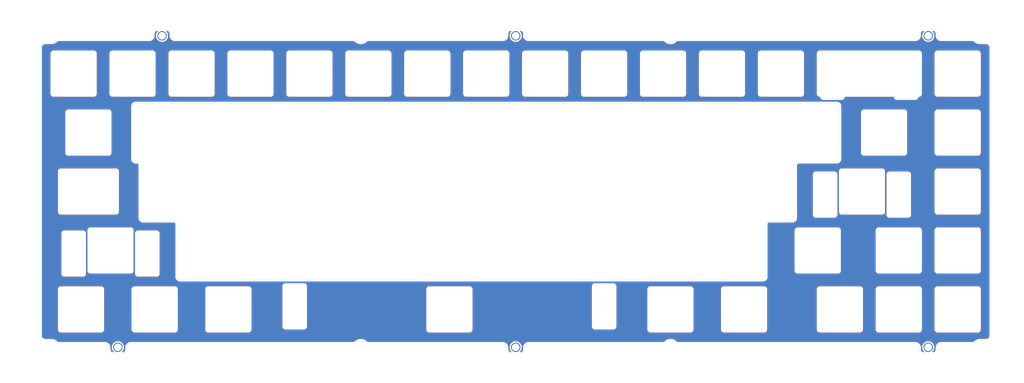
<source format=kicad_pcb>
(kicad_pcb (version 20200518) (host pcbnew "(5.99.0-1913-g40250c427)")
  (layers (0 "F.Cu" signal) (31 "B.Cu" signal) (34 "B.Paste" user) (35 "F.Paste" user) (36 "B.SilkS" user) (37 "F.SilkS" user) (38 "B.Mask" user) (39 "F.Mask" user) (44 "Edge.Cuts" user))
  (net 0 "")
  (module "MountingHole:MountingHole_2.5mm_Pad" (layer "F.Cu") (at 322.189041 28.055924)
    (fp_text reference "REF**" hide)
    (fp_text value "MountingHole_2.5mm_Pad")
    (pad "1" thru_hole circle (at 0 0) (size 3 3) (drill 2.4) (layers *.Cu *.Mask))
  )
  (module "MountingHole:MountingHole_2.5mm_Pad" (layer "F.Cu") (at 322.189041 128.755912)
    (fp_text reference "REF**" hide)
    (fp_text value "MountingHole_2.5mm_Pad")
    (pad "1" thru_hole circle (at 0 0) (size 3 3) (drill 2.4) (layers *.Cu *.Mask))
  )
  (module "MountingHole:MountingHole_2.5mm_Pad" (layer "F.Cu") (at 188.839047 128.755913)
    (fp_text reference "REF**" hide)
    (fp_text value "MountingHole_2.5mm_Pad")
    (pad "1" thru_hole circle (at 0 0) (size 3 3) (drill 2.4) (layers *.Cu *.Mask))
  )
  (module "MountingHole:MountingHole_2.5mm_Pad" (layer "F.Cu") (at 60.251541 128.755912)
    (fp_text reference "REF**" hide)
    (fp_text value "MountingHole_2.5mm_Pad")
    (pad "1" thru_hole circle (at 0 0) (size 3 3) (drill 2.4) (layers *.Cu *.Mask))
  )
  (module "MountingHole:MountingHole_2.5mm_Pad" (layer "F.Cu") (at 74.539041 28.055924)
    (fp_text reference "REF**" hide)
    (fp_text value "MountingHole_2.5mm_Pad")
    (pad "1" thru_hole circle (at 0 0) (size 3 3) (drill 2.4) (layers *.Cu *.Mask))
  )
  (module "MountingHole:MountingHole_2.5mm_Pad" (layer "F.Cu") (at 188.839033 28.055924)
    (fp_text reference "REF**" hide)
    (fp_text value "MountingHole_2.5mm_Pad")
    (pad "1" thru_hole circle (at 0 0) (size 3 3) (drill 2.4) (layers *.Cu *.Mask))
  )
  (module "acheron_MX_PlateSlots:MX125" (layer "F.Cu") (at 262.657803 116.505908)
    (fp_text reference "REF**")
    (fp_text value "MX125")
    (fp_line (start 7 -6.5) (end 7 6.5) (layer "Edge.Cuts") (width 0.010007))
    (fp_line (start -6.5 -7) (end 6.5 -7) (layer "Edge.Cuts") (width 0.010007))
    (fp_arc (start -6.5 6.490924) (end -7 6.490924) (angle -90) (layer "Edge.Cuts") (width 0.010007))
    (fp_line (start -6.5 6.990924) (end 6.5 7) (layer "Edge.Cuts") (width 0.010007))
    (fp_arc (start -6.5 -6.5) (end -6.5 -7) (angle -90) (layer "Edge.Cuts") (width 0.010007))
    (fp_arc (start 6.5 -6.5) (end 7 -6.5) (angle -90) (layer "Edge.Cuts") (width 0.010007))
    (fp_line (start -7 -6.5) (end -7 6.490924) (layer "Edge.Cuts") (width 0.010007))
    (fp_arc (start 6.5 6.5) (end 6.5 7) (angle -90) (layer "Edge.Cuts") (width 0.010007))
  )
  (module "acheron_MX_PlateSlots:MX125" (layer "F.Cu") (at 238.845303 116.505908)
    (fp_text reference "REF**")
    (fp_text value "MX125")
    (fp_arc (start 6.5 6.5) (end 6.5 7) (angle -90) (layer "Edge.Cuts") (width 0.010007))
    (fp_line (start -7 -6.5) (end -7 6.490924) (layer "Edge.Cuts") (width 0.010007))
    (fp_arc (start 6.5 -6.5) (end 7 -6.5) (angle -90) (layer "Edge.Cuts") (width 0.010007))
    (fp_arc (start -6.5 -6.5) (end -6.5 -7) (angle -90) (layer "Edge.Cuts") (width 0.010007))
    (fp_line (start -6.5 6.990924) (end 6.5 7) (layer "Edge.Cuts") (width 0.010007))
    (fp_arc (start -6.5 6.490924) (end -7 6.490924) (angle -90) (layer "Edge.Cuts") (width 0.010007))
    (fp_line (start -6.5 -7) (end 6.5 -7) (layer "Edge.Cuts") (width 0.010007))
    (fp_line (start 7 -6.5) (end 7 6.5) (layer "Edge.Cuts") (width 0.010007))
  )
  (module "acheron_MX_PlateSlots:MX625" (layer "F.Cu") (at 167.407803 116.505908 180)
    (fp_text reference "REF**")
    (fp_text value "MX625")
    (fp_line (start 6.999672 -6.499992) (end 6.999672 6.500007) (layer "Edge.Cuts") (width 0.010007))
    (fp_arc (start -47.00625 7.500008) (end -47.00625 8.000008) (angle -90) (layer "Edge.Cuts") (width 0.010007))
    (fp_arc (start -53.00625 7.500008) (end -53.50625 7.500008) (angle -90) (layer "Edge.Cuts") (width 0.010007))
    (fp_arc (start -47.00625 -5.5) (end -46.50625 -5.5) (angle -90) (layer "Edge.Cuts") (width 0.010007))
    (fp_arc (start -53.00625 -5.5) (end -53.00625 -6) (angle -90) (layer "Edge.Cuts") (width 0.010007))
    (fp_arc (start 47.00625 7.5) (end 46.50625 7.5) (angle -90) (layer "Edge.Cuts") (width 0.010007))
    (fp_arc (start 53.00625 -5.5) (end 53.50625 -5.5) (angle -90) (layer "Edge.Cuts") (width 0.010007))
    (fp_arc (start 47.00625 -5.5) (end 47.00625 -6) (angle -90) (layer "Edge.Cuts") (width 0.010007))
    (fp_line (start 53.50625 -5.5) (end 53.50625 7.5) (layer "Edge.Cuts") (width 0.010007))
    (fp_line (start 46.50625 -5.5) (end 46.50625 7.5) (layer "Edge.Cuts") (width 0.010007))
    (fp_line (start -46.50625 -5.499992) (end -46.50625 7.500008) (layer "Edge.Cuts") (width 0.010007))
    (fp_line (start -53.50625 -5.499992) (end -53.50625 7.5) (layer "Edge.Cuts") (width 0.010007))
    (fp_line (start -53.00625 8.000008) (end -47.00625 8.000008) (layer "Edge.Cuts") (width 0.010007))
    (fp_line (start -53.00625 -5.999992) (end -47.00625 -6) (layer "Edge.Cuts") (width 0.010007))
    (fp_arc (start 53.00625 7.5) (end 53.00625 8) (angle -90) (layer "Edge.Cuts") (width 0.010007))
    (fp_line (start 47.00625 8) (end 53.00625 8) (layer "Edge.Cuts") (width 0.010007))
    (fp_line (start 47.00625 -6) (end 53.00625 -6) (layer "Edge.Cuts") (width 0.010007))
    (fp_arc (start 6.499672 6.500007) (end 6.499672 7.000007) (angle -90) (layer "Edge.Cuts") (width 0.010007))
    (fp_line (start -6.5 -7) (end 6.5 -7) (layer "Edge.Cuts") (width 0.010007))
    (fp_arc (start -6.5 6.5) (end -7 6.5) (angle -90) (layer "Edge.Cuts") (width 0.010007))
    (fp_line (start -6.5 7) (end 6.5 7) (layer "Edge.Cuts") (width 0.010007))
    (fp_arc (start -6.5 -6.5) (end -6.5 -7) (angle -90) (layer "Edge.Cuts") (width 0.010007))
    (fp_arc (start 6.5 -6.5) (end 7 -6.5) (angle -90) (layer "Edge.Cuts") (width 0.010007))
    (fp_line (start -7 -6.5) (end -7 6.5) (layer "Edge.Cuts") (width 0.010007))
  )
  (module "acheron_MX_PlateSlots:MX125" (layer "F.Cu") (at 95.970303 116.505908)
    (fp_text reference "REF**")
    (fp_text value "MX125")
    (fp_line (start 7 -6.5) (end 7 6.5) (layer "Edge.Cuts") (width 0.010007))
    (fp_line (start -6.5 -7) (end 6.5 -7) (layer "Edge.Cuts") (width 0.010007))
    (fp_arc (start -6.5 6.490924) (end -7 6.490924) (angle -90) (layer "Edge.Cuts") (width 0.010007))
    (fp_line (start -6.5 6.990924) (end 6.5 7) (layer "Edge.Cuts") (width 0.010007))
    (fp_arc (start -6.5 -6.5) (end -6.5 -7) (angle -90) (layer "Edge.Cuts") (width 0.010007))
    (fp_arc (start 6.5 -6.5) (end 7 -6.5) (angle -90) (layer "Edge.Cuts") (width 0.010007))
    (fp_line (start -7 -6.5) (end -7 6.490924) (layer "Edge.Cuts") (width 0.010007))
    (fp_arc (start 6.5 6.5) (end 6.5 7) (angle -90) (layer "Edge.Cuts") (width 0.010007))
  )
  (module "acheron_MX_PlateSlots:MX125" (layer "F.Cu") (at 72.157803 116.505908)
    (fp_text reference "REF**")
    (fp_text value "MX125")
    (fp_arc (start 6.5 6.5) (end 6.5 7) (angle -90) (layer "Edge.Cuts") (width 0.010007))
    (fp_line (start -7 -6.5) (end -7 6.490924) (layer "Edge.Cuts") (width 0.010007))
    (fp_arc (start 6.5 -6.5) (end 7 -6.5) (angle -90) (layer "Edge.Cuts") (width 0.010007))
    (fp_arc (start -6.5 -6.5) (end -6.5 -7) (angle -90) (layer "Edge.Cuts") (width 0.010007))
    (fp_line (start -6.5 6.990924) (end 6.5 7) (layer "Edge.Cuts") (width 0.010007))
    (fp_arc (start -6.5 6.490924) (end -7 6.490924) (angle -90) (layer "Edge.Cuts") (width 0.010007))
    (fp_line (start -6.5 -7) (end 6.5 -7) (layer "Edge.Cuts") (width 0.010007))
    (fp_line (start 7 -6.5) (end 7 6.5) (layer "Edge.Cuts") (width 0.010007))
  )
  (module "acheron_MX_PlateSlots:MX125" (layer "F.Cu") (at 48.345303 116.505908)
    (fp_text reference "REF**")
    (fp_text value "MX125")
    (fp_line (start 7 -6.5) (end 7 6.5) (layer "Edge.Cuts") (width 0.010007))
    (fp_line (start -6.5 -7) (end 6.5 -7) (layer "Edge.Cuts") (width 0.010007))
    (fp_arc (start -6.5 6.490924) (end -7 6.490924) (angle -90) (layer "Edge.Cuts") (width 0.010007))
    (fp_line (start -6.5 6.990924) (end 6.5 7) (layer "Edge.Cuts") (width 0.010007))
    (fp_arc (start -6.5 -6.5) (end -6.5 -7) (angle -90) (layer "Edge.Cuts") (width 0.010007))
    (fp_arc (start 6.5 -6.5) (end 7 -6.5) (angle -90) (layer "Edge.Cuts") (width 0.010007))
    (fp_line (start -7 -6.5) (end -7 6.490924) (layer "Edge.Cuts") (width 0.010007))
    (fp_arc (start 6.5 6.5) (end 6.5 7) (angle -90) (layer "Edge.Cuts") (width 0.010007))
  )
  (module "acheron_MX_PlateSlots:MX100" (layer "F.Cu") (at 293.614053 116.505908)
    (fp_text reference "REF**")
    (fp_text value "MX100")
    (fp_line (start 7 -6.5) (end 7 6.5) (layer "Edge.Cuts") (width 0.010007))
    (fp_line (start -6.5 -7) (end 6.5 -7) (layer "Edge.Cuts") (width 0.010007))
    (fp_arc (start -6.5 6.490924) (end -7 6.490924) (angle -90) (layer "Edge.Cuts") (width 0.010007))
    (fp_line (start -6.5 6.990924) (end 6.5 7) (layer "Edge.Cuts") (width 0.010007))
    (fp_arc (start -6.5 -6.5) (end -6.5 -7) (angle -90) (layer "Edge.Cuts") (width 0.010007))
    (fp_arc (start 6.5 -6.5) (end 7 -6.5) (angle -90) (layer "Edge.Cuts") (width 0.010007))
    (fp_line (start -7 -6.5) (end -7 6.490924) (layer "Edge.Cuts") (width 0.010007))
    (fp_arc (start 6.5 6.5) (end 6.5 7) (angle -90) (layer "Edge.Cuts") (width 0.010007))
  )
  (module "acheron_MX_PlateSlots:MX100" (layer "F.Cu") (at 331.714053 116.505908)
    (fp_text reference "REF**")
    (fp_text value "MX100")
    (fp_arc (start 6.5 6.5) (end 6.5 7) (angle -90) (layer "Edge.Cuts") (width 0.010007))
    (fp_line (start -7 -6.5) (end -7 6.490924) (layer "Edge.Cuts") (width 0.010007))
    (fp_arc (start 6.5 -6.5) (end 7 -6.5) (angle -90) (layer "Edge.Cuts") (width 0.010007))
    (fp_arc (start -6.5 -6.5) (end -6.5 -7) (angle -90) (layer "Edge.Cuts") (width 0.010007))
    (fp_line (start -6.5 6.990924) (end 6.5 7) (layer "Edge.Cuts") (width 0.010007))
    (fp_arc (start -6.5 6.490924) (end -7 6.490924) (angle -90) (layer "Edge.Cuts") (width 0.010007))
    (fp_line (start -6.5 -7) (end 6.5 -7) (layer "Edge.Cuts") (width 0.010007))
    (fp_line (start 7 -6.5) (end 7 6.5) (layer "Edge.Cuts") (width 0.010007))
  )
  (module "acheron_MX_PlateSlots:MX100" (layer "F.Cu") (at 312.664053 116.505908)
    (fp_text reference "REF**")
    (fp_text value "MX100")
    (fp_line (start 7 -6.5) (end 7 6.5) (layer "Edge.Cuts") (width 0.010007))
    (fp_line (start -6.5 -7) (end 6.5 -7) (layer "Edge.Cuts") (width 0.010007))
    (fp_arc (start -6.5 6.490924) (end -7 6.490924) (angle -90) (layer "Edge.Cuts") (width 0.010007))
    (fp_line (start -6.5 6.990924) (end 6.5 7) (layer "Edge.Cuts") (width 0.010007))
    (fp_arc (start -6.5 -6.5) (end -6.5 -7) (angle -90) (layer "Edge.Cuts") (width 0.010007))
    (fp_arc (start 6.5 -6.5) (end 7 -6.5) (angle -90) (layer "Edge.Cuts") (width 0.010007))
    (fp_line (start -7 -6.5) (end -7 6.490924) (layer "Edge.Cuts") (width 0.010007))
    (fp_arc (start 6.5 6.5) (end 6.5 7) (angle -90) (layer "Edge.Cuts") (width 0.010007))
  )
  (module "acheron_MX_PlateSlots:MX100" (layer "F.Cu") (at 312.664053 97.455908)
    (fp_text reference "REF**")
    (fp_text value "MX100")
    (fp_arc (start 6.5 6.5) (end 6.5 7) (angle -90) (layer "Edge.Cuts") (width 0.010007))
    (fp_line (start -7 -6.5) (end -7 6.490924) (layer "Edge.Cuts") (width 0.010007))
    (fp_arc (start 6.5 -6.5) (end 7 -6.5) (angle -90) (layer "Edge.Cuts") (width 0.010007))
    (fp_arc (start -6.5 -6.5) (end -6.5 -7) (angle -90) (layer "Edge.Cuts") (width 0.010007))
    (fp_line (start -6.5 6.990924) (end 6.5 7) (layer "Edge.Cuts") (width 0.010007))
    (fp_arc (start -6.5 6.490924) (end -7 6.490924) (angle -90) (layer "Edge.Cuts") (width 0.010007))
    (fp_line (start -6.5 -7) (end 6.5 -7) (layer "Edge.Cuts") (width 0.010007))
    (fp_line (start 7 -6.5) (end 7 6.5) (layer "Edge.Cuts") (width 0.010007))
  )
  (module "acheron_MX_PlateSlots:MX175" (layer "F.Cu") (at 286.470303 97.455908)
    (fp_text reference "REF**")
    (fp_text value "MX175")
    (fp_line (start 7 -6.5) (end 7 6.5) (layer "Edge.Cuts") (width 0.010007))
    (fp_line (start -6.5 -7) (end 6.5 -7) (layer "Edge.Cuts") (width 0.010007))
    (fp_arc (start -6.5 6.490924) (end -7 6.490924) (angle -90) (layer "Edge.Cuts") (width 0.010007))
    (fp_line (start -6.5 6.990924) (end 6.5 7) (layer "Edge.Cuts") (width 0.010007))
    (fp_arc (start -6.5 -6.5) (end -6.5 -7) (angle -90) (layer "Edge.Cuts") (width 0.010007))
    (fp_arc (start 6.5 -6.5) (end 7 -6.5) (angle -90) (layer "Edge.Cuts") (width 0.010007))
    (fp_line (start -7 -6.5) (end -7 6.490924) (layer "Edge.Cuts") (width 0.010007))
    (fp_arc (start 6.5 6.5) (end 6.5 7) (angle -90) (layer "Edge.Cuts") (width 0.010007))
  )
  (module "acheron_MX_PlateSlots:MX100" (layer "F.Cu") (at 331.714053 97.455908)
    (fp_text reference "REF**")
    (fp_text value "MX100")
    (fp_line (start 7 -6.5) (end 7 6.5) (layer "Edge.Cuts") (width 0.010007))
    (fp_line (start -6.5 -7) (end 6.5 -7) (layer "Edge.Cuts") (width 0.010007))
    (fp_arc (start -6.5 6.490924) (end -7 6.490924) (angle -90) (layer "Edge.Cuts") (width 0.010007))
    (fp_line (start -6.5 6.990924) (end 6.5 7) (layer "Edge.Cuts") (width 0.010007))
    (fp_arc (start -6.5 -6.5) (end -6.5 -7) (angle -90) (layer "Edge.Cuts") (width 0.010007))
    (fp_arc (start 6.5 -6.5) (end 7 -6.5) (angle -90) (layer "Edge.Cuts") (width 0.010007))
    (fp_line (start -7 -6.5) (end -7 6.490924) (layer "Edge.Cuts") (width 0.010007))
    (fp_arc (start 6.5 6.5) (end 6.5 7) (angle -90) (layer "Edge.Cuts") (width 0.010007))
  )
  (module "acheron_MX_PlateSlots:MX100" (layer "F.Cu") (at 331.714053 78.405908)
    (fp_text reference "REF**")
    (fp_text value "MX100")
    (fp_arc (start 6.5 6.5) (end 6.5 7) (angle -90) (layer "Edge.Cuts") (width 0.010007))
    (fp_line (start -7 -6.5) (end -7 6.490924) (layer "Edge.Cuts") (width 0.010007))
    (fp_arc (start 6.5 -6.5) (end 7 -6.5) (angle -90) (layer "Edge.Cuts") (width 0.010007))
    (fp_arc (start -6.5 -6.5) (end -6.5 -7) (angle -90) (layer "Edge.Cuts") (width 0.010007))
    (fp_line (start -6.5 6.990924) (end 6.5 7) (layer "Edge.Cuts") (width 0.010007))
    (fp_arc (start -6.5 6.490924) (end -7 6.490924) (angle -90) (layer "Edge.Cuts") (width 0.010007))
    (fp_line (start -6.5 -7) (end 6.5 -7) (layer "Edge.Cuts") (width 0.010007))
    (fp_line (start 7 -6.5) (end 7 6.5) (layer "Edge.Cuts") (width 0.010007))
  )
  (module "acheron_MX_PlateSlots:MX100" (layer "F.Cu") (at 331.714053 59.355908)
    (fp_text reference "REF**")
    (fp_text value "MX100")
    (fp_line (start 7 -6.5) (end 7 6.5) (layer "Edge.Cuts") (width 0.010007))
    (fp_line (start -6.5 -7) (end 6.5 -7) (layer "Edge.Cuts") (width 0.010007))
    (fp_arc (start -6.5 6.490924) (end -7 6.490924) (angle -90) (layer "Edge.Cuts") (width 0.010007))
    (fp_line (start -6.5 6.990924) (end 6.5 7) (layer "Edge.Cuts") (width 0.010007))
    (fp_arc (start -6.5 -6.5) (end -6.5 -7) (angle -90) (layer "Edge.Cuts") (width 0.010007))
    (fp_arc (start 6.5 -6.5) (end 7 -6.5) (angle -90) (layer "Edge.Cuts") (width 0.010007))
    (fp_line (start -7 -6.5) (end -7 6.490924) (layer "Edge.Cuts") (width 0.010007))
    (fp_arc (start 6.5 6.5) (end 6.5 7) (angle -90) (layer "Edge.Cuts") (width 0.010007))
  )
  (module "acheron_MX_PlateSlots:MX225" (layer "F.Cu") (at 57.870303 97.455908)
    (fp_text reference "REF**")
    (fp_text value "MX225")
    (fp_line (start -7 -6.5) (end -7 6.5) (layer "Edge.Cuts") (width 0.010007))
    (fp_arc (start 6.5 -6.5) (end 7 -6.5) (angle -90) (layer "Edge.Cuts") (width 0.010007))
    (fp_arc (start -6.5 -6.5) (end -6.5 -7) (angle -90) (layer "Edge.Cuts") (width 0.010007))
    (fp_line (start -6.5 7) (end 6.5 7) (layer "Edge.Cuts") (width 0.010007))
    (fp_arc (start -6.5 6.5) (end -7 6.5) (angle -90) (layer "Edge.Cuts") (width 0.010007))
    (fp_line (start -6.5 -7) (end 6.5 -7) (layer "Edge.Cuts") (width 0.010007))
    (fp_arc (start 6.499672 6.500007) (end 6.499672 7.000007) (angle -90) (layer "Edge.Cuts") (width 0.010007))
    (fp_line (start 8.90625 -5.999992) (end 14.90625 -5.999992) (layer "Edge.Cuts") (width 0.010007))
    (fp_line (start 8.90625 8.000008) (end 14.90625 8.000008) (layer "Edge.Cuts") (width 0.010007))
    (fp_arc (start 14.90625 7.500008) (end 14.90625 8.000008) (angle -90) (layer "Edge.Cuts") (width 0.010007))
    (fp_line (start -14.90625 -6) (end -8.90625 -5.999992) (layer "Edge.Cuts") (width 0.010007))
    (fp_line (start -14.90625 8.000008) (end -8.90625 8.000008) (layer "Edge.Cuts") (width 0.010007))
    (fp_line (start -15.40625 -5.499992) (end -15.40625 7.500008) (layer "Edge.Cuts") (width 0.010007))
    (fp_line (start -8.40625 -5.499992) (end -8.40625 7.5) (layer "Edge.Cuts") (width 0.010007))
    (fp_line (start 8.40625 -5.499992) (end 8.40625 7.5) (layer "Edge.Cuts") (width 0.010007))
    (fp_line (start 15.40625 -5.499992) (end 15.40625 7.500008) (layer "Edge.Cuts") (width 0.010007))
    (fp_arc (start 8.90625 -5.5) (end 8.90625 -6) (angle -90) (layer "Edge.Cuts") (width 0.010007))
    (fp_arc (start 14.90625 -5.5) (end 15.40625 -5.5) (angle -90) (layer "Edge.Cuts") (width 0.010007))
    (fp_arc (start 8.90625 7.500008) (end 8.40625 7.500008) (angle -90) (layer "Edge.Cuts") (width 0.010007))
    (fp_arc (start -14.90625 -5.5) (end -14.90625 -6) (angle -90) (layer "Edge.Cuts") (width 0.010007))
    (fp_arc (start -8.90625 -5.5) (end -8.40625 -5.5) (angle -90) (layer "Edge.Cuts") (width 0.010007))
    (fp_arc (start -14.90625 7.500008) (end -15.40625 7.500008) (angle -90) (layer "Edge.Cuts") (width 0.010007))
    (fp_arc (start -8.90625 7.500008) (end -8.90625 8.000008) (angle -90) (layer "Edge.Cuts") (width 0.010007))
    (fp_line (start 6.999672 -6.499992) (end 6.999672 6.500007) (layer "Edge.Cuts") (width 0.010007))
  )
  (module "acheron_MX_PlateSlots:MX225" (layer "F.Cu") (at 300.757803 78.405908)
    (fp_text reference "REF**")
    (fp_text value "MX225")
    (fp_line (start 6.999672 -6.499992) (end 6.999672 6.500007) (layer "Edge.Cuts") (width 0.010007))
    (fp_arc (start -8.90625 7.500008) (end -8.90625 8.000008) (angle -90) (layer "Edge.Cuts") (width 0.010007))
    (fp_arc (start -14.90625 7.500008) (end -15.40625 7.500008) (angle -90) (layer "Edge.Cuts") (width 0.010007))
    (fp_arc (start -8.90625 -5.5) (end -8.40625 -5.5) (angle -90) (layer "Edge.Cuts") (width 0.010007))
    (fp_arc (start -14.90625 -5.5) (end -14.90625 -6) (angle -90) (layer "Edge.Cuts") (width 0.010007))
    (fp_arc (start 8.90625 7.500008) (end 8.40625 7.500008) (angle -90) (layer "Edge.Cuts") (width 0.010007))
    (fp_arc (start 14.90625 -5.5) (end 15.40625 -5.5) (angle -90) (layer "Edge.Cuts") (width 0.010007))
    (fp_arc (start 8.90625 -5.5) (end 8.90625 -6) (angle -90) (layer "Edge.Cuts") (width 0.010007))
    (fp_line (start 15.40625 -5.499992) (end 15.40625 7.500008) (layer "Edge.Cuts") (width 0.010007))
    (fp_line (start 8.40625 -5.499992) (end 8.40625 7.5) (layer "Edge.Cuts") (width 0.010007))
    (fp_line (start -8.40625 -5.499992) (end -8.40625 7.5) (layer "Edge.Cuts") (width 0.010007))
    (fp_line (start -15.40625 -5.499992) (end -15.40625 7.500008) (layer "Edge.Cuts") (width 0.010007))
    (fp_line (start -14.90625 8.000008) (end -8.90625 8.000008) (layer "Edge.Cuts") (width 0.010007))
    (fp_line (start -14.90625 -6) (end -8.90625 -5.999992) (layer "Edge.Cuts") (width 0.010007))
    (fp_arc (start 14.90625 7.500008) (end 14.90625 8.000008) (angle -90) (layer "Edge.Cuts") (width 0.010007))
    (fp_line (start 8.90625 8.000008) (end 14.90625 8.000008) (layer "Edge.Cuts") (width 0.010007))
    (fp_line (start 8.90625 -5.999992) (end 14.90625 -5.999992) (layer "Edge.Cuts") (width 0.010007))
    (fp_arc (start 6.499672 6.500007) (end 6.499672 7.000007) (angle -90) (layer "Edge.Cuts") (width 0.010007))
    (fp_line (start -6.5 -7) (end 6.5 -7) (layer "Edge.Cuts") (width 0.010007))
    (fp_arc (start -6.5 6.5) (end -7 6.5) (angle -90) (layer "Edge.Cuts") (width 0.010007))
    (fp_line (start -6.5 7) (end 6.5 7) (layer "Edge.Cuts") (width 0.010007))
    (fp_arc (start -6.5 -6.5) (end -6.5 -7) (angle -90) (layer "Edge.Cuts") (width 0.010007))
    (fp_arc (start 6.5 -6.5) (end 7 -6.5) (angle -90) (layer "Edge.Cuts") (width 0.010007))
    (fp_line (start -7 -6.5) (end -7 6.5) (layer "Edge.Cuts") (width 0.010007))
  )
  (module "acheron_MX_PlateSlots:MX150" (layer "F.Cu") (at 307.901553 59.355908)
    (fp_text reference "REF**")
    (fp_text value "MX150")
    (fp_arc (start 6.5 6.5) (end 6.5 7) (angle -90) (layer "Edge.Cuts") (width 0.010007))
    (fp_line (start -7 -6.5) (end -7 6.490924) (layer "Edge.Cuts") (width 0.010007))
    (fp_arc (start 6.5 -6.5) (end 7 -6.5) (angle -90) (layer "Edge.Cuts") (width 0.010007))
    (fp_arc (start -6.5 -6.5) (end -6.5 -7) (angle -90) (layer "Edge.Cuts") (width 0.010007))
    (fp_line (start -6.5 6.990924) (end 6.5 7) (layer "Edge.Cuts") (width 0.010007))
    (fp_arc (start -6.5 6.490924) (end -7 6.490924) (angle -90) (layer "Edge.Cuts") (width 0.010007))
    (fp_line (start -6.5 -7) (end 6.5 -7) (layer "Edge.Cuts") (width 0.010007))
    (fp_line (start 7 -6.5) (end 7 6.5) (layer "Edge.Cuts") (width 0.010007))
  )
  (module "acheron_MX_PlateSlots:MX150" (layer "F.Cu") (at 50.726553 59.355908)
    (fp_text reference "REF**")
    (fp_text value "MX150")
    (fp_line (start 7 -6.5) (end 7 6.5) (layer "Edge.Cuts") (width 0.010007))
    (fp_line (start -6.5 -7) (end 6.5 -7) (layer "Edge.Cuts") (width 0.010007))
    (fp_arc (start -6.5 6.490924) (end -7 6.490924) (angle -90) (layer "Edge.Cuts") (width 0.010007))
    (fp_line (start -6.5 6.990924) (end 6.5 7) (layer "Edge.Cuts") (width 0.010007))
    (fp_arc (start -6.5 -6.5) (end -6.5 -7) (angle -90) (layer "Edge.Cuts") (width 0.010007))
    (fp_arc (start 6.5 -6.5) (end 7 -6.5) (angle -90) (layer "Edge.Cuts") (width 0.010007))
    (fp_line (start -7 -6.5) (end -7 6.490924) (layer "Edge.Cuts") (width 0.010007))
    (fp_arc (start 6.5 6.5) (end 6.5 7) (angle -90) (layer "Edge.Cuts") (width 0.010007))
  )
  (module "acheron_MX_PlateSlots:MX100" (layer "F.Cu") (at 331.714053 40.305908)
    (fp_text reference "REF**")
    (fp_text value "MX100")
    (fp_arc (start 6.5 6.5) (end 6.5 7) (angle -90) (layer "Edge.Cuts") (width 0.010007))
    (fp_line (start -7 -6.5) (end -7 6.490924) (layer "Edge.Cuts") (width 0.010007))
    (fp_arc (start 6.5 -6.5) (end 7 -6.5) (angle -90) (layer "Edge.Cuts") (width 0.010007))
    (fp_arc (start -6.5 -6.5) (end -6.5 -7) (angle -90) (layer "Edge.Cuts") (width 0.010007))
    (fp_line (start -6.5 6.990924) (end 6.5 7) (layer "Edge.Cuts") (width 0.010007))
    (fp_arc (start -6.5 6.490924) (end -7 6.490924) (angle -90) (layer "Edge.Cuts") (width 0.010007))
    (fp_line (start -6.5 -7) (end 6.5 -7) (layer "Edge.Cuts") (width 0.010007))
    (fp_line (start 7 -6.5) (end 7 6.5) (layer "Edge.Cuts") (width 0.010007))
  )
  (module "acheron_MX_PlateSlots:MX100" (layer "F.Cu") (at 274.564053 40.305908)
    (fp_text reference "REF**")
    (fp_text value "MX100")
    (fp_arc (start 6.5 6.5) (end 6.5 7) (angle -90) (layer "Edge.Cuts") (width 0.010007))
    (fp_line (start -7 -6.5) (end -7 6.490924) (layer "Edge.Cuts") (width 0.010007))
    (fp_arc (start 6.5 -6.5) (end 7 -6.5) (angle -90) (layer "Edge.Cuts") (width 0.010007))
    (fp_arc (start -6.5 -6.5) (end -6.5 -7) (angle -90) (layer "Edge.Cuts") (width 0.010007))
    (fp_line (start -6.5 6.990924) (end 6.5 7) (layer "Edge.Cuts") (width 0.010007))
    (fp_arc (start -6.5 6.490924) (end -7 6.490924) (angle -90) (layer "Edge.Cuts") (width 0.010007))
    (fp_line (start -6.5 -7) (end 6.5 -7) (layer "Edge.Cuts") (width 0.010007))
    (fp_line (start 7 -6.5) (end 7 6.5) (layer "Edge.Cuts") (width 0.010007))
  )
  (module "acheron_MX_PlateSlots:MX100" (layer "F.Cu") (at 255.514053 40.305908)
    (fp_text reference "REF**")
    (fp_text value "MX100")
    (fp_line (start 7 -6.5) (end 7 6.5) (layer "Edge.Cuts") (width 0.010007))
    (fp_line (start -6.5 -7) (end 6.5 -7) (layer "Edge.Cuts") (width 0.010007))
    (fp_arc (start -6.5 6.490924) (end -7 6.490924) (angle -90) (layer "Edge.Cuts") (width 0.010007))
    (fp_line (start -6.5 6.990924) (end 6.5 7) (layer "Edge.Cuts") (width 0.010007))
    (fp_arc (start -6.5 -6.5) (end -6.5 -7) (angle -90) (layer "Edge.Cuts") (width 0.010007))
    (fp_arc (start 6.5 -6.5) (end 7 -6.5) (angle -90) (layer "Edge.Cuts") (width 0.010007))
    (fp_line (start -7 -6.5) (end -7 6.490924) (layer "Edge.Cuts") (width 0.010007))
    (fp_arc (start 6.5 6.5) (end 6.5 7) (angle -90) (layer "Edge.Cuts") (width 0.010007))
  )
  (module "acheron_MX_PlateSlots:MX100" (layer "F.Cu") (at 198.364053 40.305908)
    (fp_text reference "REF**")
    (fp_text value "MX100")
    (fp_line (start 7 -6.5) (end 7 6.5) (layer "Edge.Cuts") (width 0.010007))
    (fp_line (start -6.5 -7) (end 6.5 -7) (layer "Edge.Cuts") (width 0.010007))
    (fp_arc (start -6.5 6.490924) (end -7 6.490924) (angle -90) (layer "Edge.Cuts") (width 0.010007))
    (fp_line (start -6.5 6.990924) (end 6.5 7) (layer "Edge.Cuts") (width 0.010007))
    (fp_arc (start -6.5 -6.5) (end -6.5 -7) (angle -90) (layer "Edge.Cuts") (width 0.010007))
    (fp_arc (start 6.5 -6.5) (end 7 -6.5) (angle -90) (layer "Edge.Cuts") (width 0.010007))
    (fp_line (start -7 -6.5) (end -7 6.490924) (layer "Edge.Cuts") (width 0.010007))
    (fp_arc (start 6.5 6.5) (end 6.5 7) (angle -90) (layer "Edge.Cuts") (width 0.010007))
  )
  (module "acheron_MX_PlateSlots:MX100" (layer "F.Cu") (at 236.464053 40.305908)
    (fp_text reference "REF**")
    (fp_text value "MX100")
    (fp_arc (start 6.5 6.5) (end 6.5 7) (angle -90) (layer "Edge.Cuts") (width 0.010007))
    (fp_line (start -7 -6.5) (end -7 6.490924) (layer "Edge.Cuts") (width 0.010007))
    (fp_arc (start 6.5 -6.5) (end 7 -6.5) (angle -90) (layer "Edge.Cuts") (width 0.010007))
    (fp_arc (start -6.5 -6.5) (end -6.5 -7) (angle -90) (layer "Edge.Cuts") (width 0.010007))
    (fp_line (start -6.5 6.990924) (end 6.5 7) (layer "Edge.Cuts") (width 0.010007))
    (fp_arc (start -6.5 6.490924) (end -7 6.490924) (angle -90) (layer "Edge.Cuts") (width 0.010007))
    (fp_line (start -6.5 -7) (end 6.5 -7) (layer "Edge.Cuts") (width 0.010007))
    (fp_line (start 7 -6.5) (end 7 6.5) (layer "Edge.Cuts") (width 0.010007))
  )
  (module "acheron_MX_PlateSlots:MX100" (layer "F.Cu") (at 217.414053 40.305908)
    (fp_text reference "REF**")
    (fp_text value "MX100")
    (fp_arc (start 6.5 6.5) (end 6.5 7) (angle -90) (layer "Edge.Cuts") (width 0.010007))
    (fp_line (start -7 -6.5) (end -7 6.490924) (layer "Edge.Cuts") (width 0.010007))
    (fp_arc (start 6.5 -6.5) (end 7 -6.5) (angle -90) (layer "Edge.Cuts") (width 0.010007))
    (fp_arc (start -6.5 -6.5) (end -6.5 -7) (angle -90) (layer "Edge.Cuts") (width 0.010007))
    (fp_line (start -6.5 6.990924) (end 6.5 7) (layer "Edge.Cuts") (width 0.010007))
    (fp_arc (start -6.5 6.490924) (end -7 6.490924) (angle -90) (layer "Edge.Cuts") (width 0.010007))
    (fp_line (start -6.5 -7) (end 6.5 -7) (layer "Edge.Cuts") (width 0.010007))
    (fp_line (start 7 -6.5) (end 7 6.5) (layer "Edge.Cuts") (width 0.010007))
  )
  (module "acheron_MX_PlateSlots:MX100" (layer "F.Cu") (at 179.314053 40.305908)
    (fp_text reference "REF**")
    (fp_text value "MX100")
    (fp_arc (start 6.5 6.5) (end 6.5 7) (angle -90) (layer "Edge.Cuts") (width 0.010007))
    (fp_line (start -7 -6.5) (end -7 6.490924) (layer "Edge.Cuts") (width 0.010007))
    (fp_arc (start 6.5 -6.5) (end 7 -6.5) (angle -90) (layer "Edge.Cuts") (width 0.010007))
    (fp_arc (start -6.5 -6.5) (end -6.5 -7) (angle -90) (layer "Edge.Cuts") (width 0.010007))
    (fp_line (start -6.5 6.990924) (end 6.5 7) (layer "Edge.Cuts") (width 0.010007))
    (fp_arc (start -6.5 6.490924) (end -7 6.490924) (angle -90) (layer "Edge.Cuts") (width 0.010007))
    (fp_line (start -6.5 -7) (end 6.5 -7) (layer "Edge.Cuts") (width 0.010007))
    (fp_line (start 7 -6.5) (end 7 6.5) (layer "Edge.Cuts") (width 0.010007))
  )
  (module "acheron_MX_PlateSlots:MX100" (layer "F.Cu") (at 141.214053 40.305908)
    (fp_text reference "REF**")
    (fp_text value "MX100")
    (fp_line (start 7 -6.5) (end 7 6.5) (layer "Edge.Cuts") (width 0.010007))
    (fp_line (start -6.5 -7) (end 6.5 -7) (layer "Edge.Cuts") (width 0.010007))
    (fp_arc (start -6.5 6.490924) (end -7 6.490924) (angle -90) (layer "Edge.Cuts") (width 0.010007))
    (fp_line (start -6.5 6.990924) (end 6.5 7) (layer "Edge.Cuts") (width 0.010007))
    (fp_arc (start -6.5 -6.5) (end -6.5 -7) (angle -90) (layer "Edge.Cuts") (width 0.010007))
    (fp_arc (start 6.5 -6.5) (end 7 -6.5) (angle -90) (layer "Edge.Cuts") (width 0.010007))
    (fp_line (start -7 -6.5) (end -7 6.490924) (layer "Edge.Cuts") (width 0.010007))
    (fp_arc (start 6.5 6.5) (end 6.5 7) (angle -90) (layer "Edge.Cuts") (width 0.010007))
  )
  (module "acheron_MX_PlateSlots:MX100" (layer "F.Cu") (at 122.164053 40.305908)
    (fp_text reference "REF**")
    (fp_text value "MX100")
    (fp_arc (start 6.5 6.5) (end 6.5 7) (angle -90) (layer "Edge.Cuts") (width 0.010007))
    (fp_line (start -7 -6.5) (end -7 6.490924) (layer "Edge.Cuts") (width 0.010007))
    (fp_arc (start 6.5 -6.5) (end 7 -6.5) (angle -90) (layer "Edge.Cuts") (width 0.010007))
    (fp_arc (start -6.5 -6.5) (end -6.5 -7) (angle -90) (layer "Edge.Cuts") (width 0.010007))
    (fp_line (start -6.5 6.990924) (end 6.5 7) (layer "Edge.Cuts") (width 0.010007))
    (fp_arc (start -6.5 6.490924) (end -7 6.490924) (angle -90) (layer "Edge.Cuts") (width 0.010007))
    (fp_line (start -6.5 -7) (end 6.5 -7) (layer "Edge.Cuts") (width 0.010007))
    (fp_line (start 7 -6.5) (end 7 6.5) (layer "Edge.Cuts") (width 0.010007))
  )
  (module "acheron_MX_PlateSlots:MX100" (layer "F.Cu") (at 160.264053 40.305908)
    (fp_text reference "REF**")
    (fp_text value "MX100")
    (fp_line (start 7 -6.5) (end 7 6.5) (layer "Edge.Cuts") (width 0.010007))
    (fp_line (start -6.5 -7) (end 6.5 -7) (layer "Edge.Cuts") (width 0.010007))
    (fp_arc (start -6.5 6.490924) (end -7 6.490924) (angle -90) (layer "Edge.Cuts") (width 0.010007))
    (fp_line (start -6.5 6.990924) (end 6.5 7) (layer "Edge.Cuts") (width 0.010007))
    (fp_arc (start -6.5 -6.5) (end -6.5 -7) (angle -90) (layer "Edge.Cuts") (width 0.010007))
    (fp_arc (start 6.5 -6.5) (end 7 -6.5) (angle -90) (layer "Edge.Cuts") (width 0.010007))
    (fp_line (start -7 -6.5) (end -7 6.490924) (layer "Edge.Cuts") (width 0.010007))
    (fp_arc (start 6.5 6.5) (end 6.5 7) (angle -90) (layer "Edge.Cuts") (width 0.010007))
  )
  (module "acheron_MX_PlateSlots:MX100" (layer "F.Cu") (at 103.114053 40.305908)
    (fp_text reference "REF**")
    (fp_text value "MX100")
    (fp_line (start 7 -6.5) (end 7 6.5) (layer "Edge.Cuts") (width 0.010007))
    (fp_line (start -6.5 -7) (end 6.5 -7) (layer "Edge.Cuts") (width 0.010007))
    (fp_arc (start -6.5 6.490924) (end -7 6.490924) (angle -90) (layer "Edge.Cuts") (width 0.010007))
    (fp_line (start -6.5 6.990924) (end 6.5 7) (layer "Edge.Cuts") (width 0.010007))
    (fp_arc (start -6.5 -6.5) (end -6.5 -7) (angle -90) (layer "Edge.Cuts") (width 0.010007))
    (fp_arc (start 6.5 -6.5) (end 7 -6.5) (angle -90) (layer "Edge.Cuts") (width 0.010007))
    (fp_line (start -7 -6.5) (end -7 6.490924) (layer "Edge.Cuts") (width 0.010007))
    (fp_arc (start 6.5 6.5) (end 6.5 7) (angle -90) (layer "Edge.Cuts") (width 0.010007))
  )
  (module "acheron_MX_PlateSlots:MX100" (layer "F.Cu") (at 84.064053 40.305908)
    (fp_text reference "REF**")
    (fp_text value "MX100")
    (fp_arc (start 6.5 6.5) (end 6.5 7) (angle -90) (layer "Edge.Cuts") (width 0.010007))
    (fp_line (start -7 -6.5) (end -7 6.490924) (layer "Edge.Cuts") (width 0.010007))
    (fp_arc (start 6.5 -6.5) (end 7 -6.5) (angle -90) (layer "Edge.Cuts") (width 0.010007))
    (fp_arc (start -6.5 -6.5) (end -6.5 -7) (angle -90) (layer "Edge.Cuts") (width 0.010007))
    (fp_line (start -6.5 6.990924) (end 6.5 7) (layer "Edge.Cuts") (width 0.010007))
    (fp_arc (start -6.5 6.490924) (end -7 6.490924) (angle -90) (layer "Edge.Cuts") (width 0.010007))
    (fp_line (start -6.5 -7) (end 6.5 -7) (layer "Edge.Cuts") (width 0.010007))
    (fp_line (start 7 -6.5) (end 7 6.5) (layer "Edge.Cuts") (width 0.010007))
  )
  (module "acheron_MX_PlateSlots:MX100" (layer "F.Cu") (at 65.014053 40.305908)
    (fp_text reference "REF**")
    (fp_text value "MX100")
    (fp_arc (start 6.5 6.5) (end 6.5 7) (angle -90) (layer "Edge.Cuts") (width 0.010007))
    (fp_line (start -7 -6.5) (end -7 6.490924) (layer "Edge.Cuts") (width 0.010007))
    (fp_arc (start 6.5 -6.5) (end 7 -6.5) (angle -90) (layer "Edge.Cuts") (width 0.010007))
    (fp_arc (start -6.5 -6.5) (end -6.5 -7) (angle -90) (layer "Edge.Cuts") (width 0.010007))
    (fp_line (start -6.5 6.990924) (end 6.5 7) (layer "Edge.Cuts") (width 0.010007))
    (fp_arc (start -6.5 6.490924) (end -7 6.490924) (angle -90) (layer "Edge.Cuts") (width 0.010007))
    (fp_line (start -6.5 -7) (end 6.5 -7) (layer "Edge.Cuts") (width 0.010007))
    (fp_line (start 7 -6.5) (end 7 6.5) (layer "Edge.Cuts") (width 0.010007))
  )
  (module "acheron_MX_PlateSlots:MX100" (layer "F.Cu") (at 45.964053 40.305908)
    (fp_text reference "REF**")
    (fp_text value "MX100")
    (fp_line (start 7 -6.5) (end 7 6.5) (layer "Edge.Cuts") (width 0.010007))
    (fp_line (start -6.5 -7) (end 6.5 -7) (layer "Edge.Cuts") (width 0.010007))
    (fp_arc (start -6.5 6.490924) (end -7 6.490924) (angle -90) (layer "Edge.Cuts") (width 0.010007))
    (fp_line (start -6.5 6.990924) (end 6.5 7) (layer "Edge.Cuts") (width 0.010007))
    (fp_arc (start -6.5 -6.5) (end -6.5 -7) (angle -90) (layer "Edge.Cuts") (width 0.010007))
    (fp_arc (start 6.5 -6.5) (end 7 -6.5) (angle -90) (layer "Edge.Cuts") (width 0.010007))
    (fp_line (start -7 -6.5) (end -7 6.490924) (layer "Edge.Cuts") (width 0.010007))
    (fp_arc (start 6.5 6.5) (end 6.5 7) (angle -90) (layer "Edge.Cuts") (width 0.010007))
  )
  (gr_arc (start 80.301553 105.980908) (end 79.301552 105.980908) (angle -90) (layer "Edge.Cuts") (width 0.05))
  (gr_arc (start 292.614053 50.830908) (end 293.614054 50.830908) (angle -90) (layer "Edge.Cuts") (width 0.05))
  (gr_arc (start 292.614053 67.880908) (end 292.614053 68.880909) (angle -90) (layer "Edge.Cuts") (width 0.05))
  (gr_arc (start 280.326553 69.880908) (end 280.326553 68.880908) (angle -90) (layer "Edge.Cuts") (width 0.05))
  (gr_arc (start 278.326553 86.930908) (end 278.326553 87.930909) (angle -90) (layer "Edge.Cuts") (width 0.05))
  (gr_arc (start 270.801553 88.930908) (end 270.801553 87.930908) (angle -90) (layer "Edge.Cuts") (width 0.05))
  (gr_arc (start 268.801553 105.980908) (end 268.801553 106.980909) (angle -90) (layer "Edge.Cuts") (width 0.05))
  (gr_arc (start 78.301553 88.930908) (end 79.301554 88.930908) (angle -90) (layer "Edge.Cuts") (width 0.05))
  (gr_arc (start 68.395304 86.930908) (end 67.395303 86.930908) (angle -90) (layer "Edge.Cuts") (width 0.05))
  (gr_arc (start 66.395303 69.880908) (end 67.395304 69.880908) (angle -90) (layer "Edge.Cuts") (width 0.05))
  (gr_arc (start 66.014053 67.880908) (end 65.014052 67.880908) (angle -90) (layer "Edge.Cuts") (width 0.05))
  (gr_arc (start 66.014053 50.830908) (end 66.014053 49.830908) (angle -90) (layer "Edge.Cuts") (width 0.05))
  (gr_line (start 66.395303 68.880907) (end 66.014053 68.880909) (layer "Edge.Cuts") (width 0.05))
  (gr_line (start 67.395303 86.930908) (end 67.395304 69.880908) (layer "Edge.Cuts") (width 0.05))
  (gr_line (start 78.301553 87.930907) (end 68.395304 87.930909) (layer "Edge.Cuts") (width 0.05))
  (gr_line (start 79.301552 105.980908) (end 79.301554 88.930908) (layer "Edge.Cuts") (width 0.05))
  (gr_line (start 268.801553 106.980909) (end 80.301553 106.980909) (layer "Edge.Cuts") (width 0.05))
  (gr_line (start 269.801553 88.930908) (end 269.801554 105.980908) (layer "Edge.Cuts") (width 0.05))
  (gr_line (start 278.326553 87.930909) (end 270.801553 87.930908) (layer "Edge.Cuts") (width 0.05))
  (gr_line (start 279.326553 69.880908) (end 279.326554 86.930908) (layer "Edge.Cuts") (width 0.05))
  (gr_line (start 292.614053 68.880909) (end 280.326553 68.880908) (layer "Edge.Cuts") (width 0.05))
  (gr_line (start 293.614054 50.830908) (end 293.614054 67.880908) (layer "Edge.Cuts") (width 0.05))
  (gr_line (start 66.014053 49.830908) (end 292.614053 49.830907) (layer "Edge.Cuts") (width 0.05))
  (gr_line (start 65.014052 67.880908) (end 65.014053 50.830908) (layer "Edge.Cuts") (width 0.05))
  (gr_line (start 41.345303 84.896833) (end 41.345303 71.905908) (layer "Edge.Cuts") (width 0.05))
  (gr_line (start 59.607805 85.405908) (end 41.845304 85.396832) (layer "Edge.Cuts") (width 0.05))
  (gr_line (start 60.107803 71.905908) (end 60.107803 84.905906) (layer "Edge.Cuts") (width 0.05))
  (gr_line (start 41.845303 71.405908) (end 59.607801 71.405908) (layer "Edge.Cuts") (width 0.05))
  (gr_arc (start 59.607803 71.905908) (end 60.107803 71.905906) (angle -90) (layer "Edge.Cuts") (width 0.05))
  (gr_arc (start 59.607803 84.905908) (end 59.607805 85.405908) (angle -90) (layer "Edge.Cuts") (width 0.05))
  (gr_arc (start 41.845303 84.896832) (end 41.345303 84.896833) (angle -90) (layer "Edge.Cuts") (width 0.05))
  (gr_arc (start 41.845303 71.905908) (end 41.845303 71.405908) (angle -90) (layer "Edge.Cuts") (width 0.05))
  (gr_line (start 319.164053 33.305908) (end 287.114053 33.305908) (layer "Edge.Cuts") (width 0.05))
  (gr_arc (start 319.164053 33.805908) (end 319.664053 33.805908) (angle -90) (layer "Edge.Cuts") (width 0.05))
  (gr_line (start 319.664053 46.805908) (end 319.664053 33.805908) (layer "Edge.Cuts") (width 0.05))
  (gr_arc (start 319.164053 46.805908) (end 319.164053 47.305908) (angle -90) (layer "Edge.Cuts") (width 0.05))
  (gr_line (start 318.545303 47.305916) (end 319.164053 47.305916) (layer "Edge.Cuts") (width 0.05))
  (gr_line (start 318.545303 47.805916) (end 318.545303 47.305916) (layer "Edge.Cuts") (width 0.05))
  (gr_arc (start 318.045303 47.805916) (end 318.045303 48.305916) (angle -90) (layer "Edge.Cuts") (width 0.05))
  (gr_line (start 312.045303 48.305916) (end 318.045303 48.305916) (layer "Edge.Cuts") (width 0.05))
  (gr_arc (start 312.045303 47.805916) (end 311.545303 47.805916) (angle -90) (layer "Edge.Cuts") (width 0.05))
  (gr_line (start 311.545303 47.305916) (end 311.545303 47.805916) (layer "Edge.Cuts") (width 0.05))
  (gr_line (start 294.732803 47.305908) (end 311.545303 47.305916) (layer "Edge.Cuts") (width 0.05))
  (gr_line (start 294.732803 47.805916) (end 294.732803 47.305908) (layer "Edge.Cuts") (width 0.05))
  (gr_arc (start 294.232803 47.805916) (end 294.232803 48.305916) (angle -90) (layer "Edge.Cuts") (width 0.05))
  (gr_line (start 288.232803 48.305916) (end 294.232803 48.305916) (layer "Edge.Cuts") (width 0.05))
  (gr_arc (start 288.232803 47.805916) (end 287.732803 47.805916) (angle -90) (layer "Edge.Cuts") (width 0.05))
  (gr_line (start 287.732803 47.296832) (end 287.732803 47.805916) (layer "Edge.Cuts") (width 0.05))
  (gr_line (start 287.114053 47.296832) (end 287.732803 47.296832) (layer "Edge.Cuts") (width 0.05))
  (gr_arc (start 287.114053 46.796832) (end 286.614053 46.796832) (angle -90) (layer "Edge.Cuts") (width 0.05))
  (gr_line (start 286.614053 33.805908) (end 286.614053 46.796832) (layer "Edge.Cuts") (width 0.05))
  (gr_arc (start 287.114053 33.805908) (end 287.114053 33.305908) (angle -90) (layer "Edge.Cuts") (width 0.05))
  (gr_arc (start 141.142578 126.505938) (end 140.435472 127.213045) (angle -44.99998322) (layer "Edge.Cuts") (width 0.05))
  (gr_arc (start 138.79739 128.741745) (end 140.435472 127.213045) (angle -94) (layer "Edge.Cuts") (width 0.05))
  (gr_arc (start 136.45104 126.507184) (end 136.45104 127.507183) (angle -44.99998322) (layer "Edge.Cuts") (width 0.05))
  (gr_arc (start 241.225902 126.505923) (end 240.518796 127.21303) (angle -44.99998322) (layer "Edge.Cuts") (width 0.05))
  (gr_arc (start 238.880714 128.74173) (end 240.518796 127.21303) (angle -94) (layer "Edge.Cuts") (width 0.05))
  (gr_arc (start 236.534364 126.507169) (end 236.534364 127.507168) (angle -44.99998322) (layer "Edge.Cuts") (width 0.05))
  (gr_arc (start 238.880685 28.070107) (end 237.242604 29.598807) (angle -94) (layer "Edge.Cuts") (width 0.05))
  (gr_arc (start 241.227035 30.304668) (end 241.227035 29.304669) (angle -44.99998322) (layer "Edge.Cuts") (width 0.05))
  (gr_arc (start 236.535496 30.305914) (end 237.242604 29.598807) (angle -44.99998322) (layer "Edge.Cuts") (width 0.05))
  (gr_arc (start 141.143708 30.304668) (end 141.143708 29.304669) (angle -44.99998322) (layer "Edge.Cuts") (width 0.05))
  (gr_arc (start 138.797358 28.070107) (end 137.159277 29.598807) (angle -94) (layer "Edge.Cuts") (width 0.05))
  (gr_arc (start 136.452169 30.305914) (end 137.159277 29.598807) (angle -44.99998322) (layer "Edge.Cuts") (width 0.05))
  (gr_line (start 241.225902 127.505923) (end 317.989046 127.505921) (layer "Edge.Cuts") (width 0.05))
  (gr_line (start 193.039043 127.505923) (end 236.534364 127.507168) (layer "Edge.Cuts") (width 0.05))
  (gr_line (start 141.142578 127.505938) (end 184.639052 127.505922) (layer "Edge.Cuts") (width 0.05))
  (gr_line (start 64.451545 127.505922) (end 136.45104 127.507183) (layer "Edge.Cuts") (width 0.05))
  (gr_line (start 41.069256 127.505925) (end 56.051554 127.505921) (layer "Edge.Cuts") (width 0.05))
  (gr_line (start 36.714047 126.505945) (end 38.714047 126.505922) (layer "Edge.Cuts") (width 0.05))
  (gr_arc (start 38.714048 128.775922) (end 38.714047 126.505922) (angle 46.2) (layer "Edge.Cuts") (width 0.05))
  (gr_line (start 40.352444 127.204756) (end 40.362149 127.213031) (layer "Edge.Cuts") (width 0.05))
  (gr_arc (start 41.069257 126.505925) (end 41.069256 127.505925) (angle 45) (layer "Edge.Cuts") (width 0.05))
  (gr_arc (start 36.714047 125.005945) (end 35.214047 125.005945) (angle -90) (layer "Edge.Cuts") (width 0.05))
  (gr_line (start 61.751546 130.855912) (end 58.751553 130.855912) (layer "Edge.Cuts") (width 0.05))
  (gr_arc (start 58.751553 129.505912) (end 57.401553 129.505912) (angle -90) (layer "Edge.Cuts") (width 0.05))
  (gr_line (start 57.401553 129.505912) (end 57.401555 128.855922) (layer "Edge.Cuts") (width 0.05))
  (gr_arc (start 56.051554 128.855922) (end 57.401555 128.855922) (angle -90) (layer "Edge.Cuts") (width 0.05))
  (gr_line (start 63.101545 128.855922) (end 63.101546 129.505914) (layer "Edge.Cuts") (width 0.05))
  (gr_arc (start 61.751546 129.505912) (end 61.751546 130.855912) (angle -90) (layer "Edge.Cuts") (width 0.05))
  (gr_arc (start 64.451545 128.855922) (end 64.451545 127.505922) (angle -90) (layer "Edge.Cuts") (width 0.05))
  (gr_line (start 185.989051 129.505913) (end 185.989053 128.855923) (layer "Edge.Cuts") (width 0.05))
  (gr_arc (start 193.039043 128.855923) (end 193.039043 127.505923) (angle -90) (layer "Edge.Cuts") (width 0.05))
  (gr_arc (start 187.339051 129.505913) (end 185.989051 129.505913) (angle -90) (layer "Edge.Cuts") (width 0.05))
  (gr_arc (start 190.339044 129.505913) (end 190.339044 130.855913) (angle -90) (layer "Edge.Cuts") (width 0.05))
  (gr_line (start 190.339044 130.855913) (end 187.339051 130.855913) (layer "Edge.Cuts") (width 0.05))
  (gr_line (start 191.689043 128.855923) (end 191.689044 129.505915) (layer "Edge.Cuts") (width 0.05))
  (gr_arc (start 184.639052 128.855923) (end 185.989053 128.855923) (angle -90) (layer "Edge.Cuts") (width 0.05))
  (gr_line (start 326.389037 127.505922) (end 336.608811 127.505889) (layer "Edge.Cuts") (width 0.05))
  (gr_arc (start 320.689045 129.505912) (end 319.339045 129.505912) (angle -90) (layer "Edge.Cuts") (width 0.05))
  (gr_line (start 319.339045 129.505912) (end 319.339047 128.855922) (layer "Edge.Cuts") (width 0.05))
  (gr_line (start 323.689038 130.855912) (end 320.689045 130.855912) (layer "Edge.Cuts") (width 0.05))
  (gr_line (start 325.039037 128.855922) (end 325.039038 129.505914) (layer "Edge.Cuts") (width 0.05))
  (gr_arc (start 323.689038 129.505912) (end 323.689038 130.855912) (angle -90) (layer "Edge.Cuts") (width 0.05))
  (gr_arc (start 317.989046 128.855922) (end 319.339047 128.855922) (angle -90) (layer "Edge.Cuts") (width 0.05))
  (gr_arc (start 326.389037 128.855922) (end 326.389037 127.505922) (angle -90) (layer "Edge.Cuts") (width 0.05))
  (gr_line (start 342.464049 125.005884) (end 342.464019 31.805907) (layer "Edge.Cuts") (width 0.05))
  (gr_line (start 338.964019 126.505884) (end 340.964049 126.505884) (layer "Edge.Cuts") (width 0.05))
  (gr_arc (start 338.96402 128.775882) (end 338.964019 126.505884) (angle -46.2) (layer "Edge.Cuts") (width 0.05))
  (gr_line (start 337.325623 127.204718) (end 337.315918 127.212992) (layer "Edge.Cuts") (width 0.05))
  (gr_arc (start 336.608811 126.505888) (end 336.608811 127.505889) (angle -45) (layer "Edge.Cuts") (width 0.05))
  (gr_arc (start 340.964049 125.005884) (end 340.964049 126.505884) (angle -90) (layer "Edge.Cuts") (width 0.05))
  (gr_line (start 338.964019 30.305886) (end 340.964019 30.305907) (layer "Edge.Cuts") (width 0.05))
  (gr_line (start 326.389037 29.305914) (end 336.608811 29.305882) (layer "Edge.Cuts") (width 0.05))
  (gr_line (start 241.227035 29.304669) (end 317.989047 29.305914) (layer "Edge.Cuts") (width 0.05))
  (gr_line (start 193.039027 29.305914) (end 236.535497 29.305913) (layer "Edge.Cuts") (width 0.05))
  (gr_arc (start 340.964019 31.805907) (end 342.464019 31.805907) (angle -90) (layer "Edge.Cuts") (width 0.05))
  (gr_arc (start 338.964019 28.035886) (end 338.964019 30.305886) (angle 46.2) (layer "Edge.Cuts") (width 0.05))
  (gr_line (start 337.325623 29.607051) (end 337.315918 29.598775) (layer "Edge.Cuts") (width 0.05))
  (gr_arc (start 336.608811 30.305882) (end 336.608811 29.305882) (angle 45) (layer "Edge.Cuts") (width 0.05))
  (gr_arc (start 317.989047 27.955914) (end 317.989047 29.305914) (angle -90) (layer "Edge.Cuts") (width 0.05))
  (gr_arc (start 323.689039 27.305924) (end 325.039039 27.305924) (angle -90) (layer "Edge.Cuts") (width 0.05))
  (gr_line (start 320.689046 25.955924) (end 323.689039 25.955924) (layer "Edge.Cuts") (width 0.05))
  (gr_line (start 325.039039 27.305924) (end 325.039037 27.955914) (layer "Edge.Cuts") (width 0.05))
  (gr_arc (start 320.689046 27.305924) (end 320.689046 25.955924) (angle -90) (layer "Edge.Cuts") (width 0.05))
  (gr_line (start 319.339047 27.955914) (end 319.339046 27.305924) (layer "Edge.Cuts") (width 0.05))
  (gr_arc (start 326.389037 27.955914) (end 325.039037 27.955914) (angle -90) (layer "Edge.Cuts") (width 0.05))
  (gr_arc (start 184.639037 27.955914) (end 184.639037 29.305914) (angle -90) (layer "Edge.Cuts") (width 0.05))
  (gr_line (start 185.989037 27.955914) (end 185.989036 27.305924) (layer "Edge.Cuts") (width 0.05))
  (gr_line (start 187.339036 25.955924) (end 190.339029 25.955924) (layer "Edge.Cuts") (width 0.05))
  (gr_arc (start 187.339036 27.305924) (end 187.339036 25.955924) (angle -90) (layer "Edge.Cuts") (width 0.05))
  (gr_arc (start 193.039027 27.955914) (end 191.689027 27.955914) (angle -90) (layer "Edge.Cuts") (width 0.05))
  (gr_line (start 191.689029 27.305924) (end 191.689027 27.955914) (layer "Edge.Cuts") (width 0.05))
  (gr_arc (start 190.339029 27.305924) (end 191.689029 27.305924) (angle -90) (layer "Edge.Cuts") (width 0.05))
  (gr_arc (start 36.714053 31.805902) (end 36.714053 30.305902) (angle -90) (layer "Edge.Cuts") (width 0.05))
  (gr_line (start 36.714053 30.305902) (end 38.714047 30.305902) (layer "Edge.Cuts") (width 0.05))
  (gr_line (start 40.352443 29.607067) (end 40.362148 29.598791) (layer "Edge.Cuts") (width 0.05))
  (gr_arc (start 38.714047 28.035902) (end 38.714047 30.305902) (angle -46.2) (layer "Edge.Cuts") (width 0.05))
  (gr_arc (start 41.069255 30.305898) (end 41.069255 29.305898) (angle -45) (layer "Edge.Cuts") (width 0.05))
  (gr_line (start 71.689045 27.955914) (end 71.689044 27.305924) (layer "Edge.Cuts") (width 0.05))
  (gr_arc (start 70.339045 27.955914) (end 70.339045 29.305914) (angle -90) (layer "Edge.Cuts") (width 0.05))
  (gr_line (start 73.039044 25.955924) (end 76.039037 25.955924) (layer "Edge.Cuts") (width 0.05))
  (gr_arc (start 73.039044 27.305924) (end 73.039044 25.955924) (angle -90) (layer "Edge.Cuts") (width 0.05))
  (gr_line (start 77.389037 27.305924) (end 77.389035 27.955914) (layer "Edge.Cuts") (width 0.05))
  (gr_arc (start 76.039037 27.305924) (end 77.389037 27.305924) (angle -90) (layer "Edge.Cuts") (width 0.05))
  (gr_arc (start 78.739035 27.955914) (end 77.389035 27.955914) (angle -90) (layer "Edge.Cuts") (width 0.05))
  (gr_line (start 141.143708 29.304669) (end 184.639037 29.305914) (layer "Edge.Cuts") (width 0.05))
  (gr_line (start 78.739035 29.305914) (end 136.45217 29.305914) (layer "Edge.Cuts") (width 0.05))
  (gr_line (start 41.069255 29.305898) (end 70.339045 29.305914) (layer "Edge.Cuts") (width 0.05))
  (gr_line (start 35.214047 125.005945) (end 35.214053 31.805902) (layer "Edge.Cuts") (width 0.05))
  (zone (net 0) (net_name "") (layer "F.Cu") (connect_pads (clearance 0.5)) (min_thickness 0.25) (fill yes (thermal_gap 0.508) (thermal_bridge_width 0.508))
    (polygon (pts (xy 346.001553 133.174658) (xy 29.295303 133.174658) (xy 29.295303 23.637158) (xy 346.001553 23.637158)))
  )
  (zone (net 0) (net_name "") (layer "B.Cu") (connect_pads (clearance 0.5)) (min_thickness 0.25) (fill yes (thermal_gap 0.508) (thermal_bridge_width 0.508))
    (polygon (pts (xy 348.382803 135.555908) (xy 26.914053 135.555908) (xy 26.914053 21.255908) (xy 348.382803 21.255908)))
  )
)
</source>
